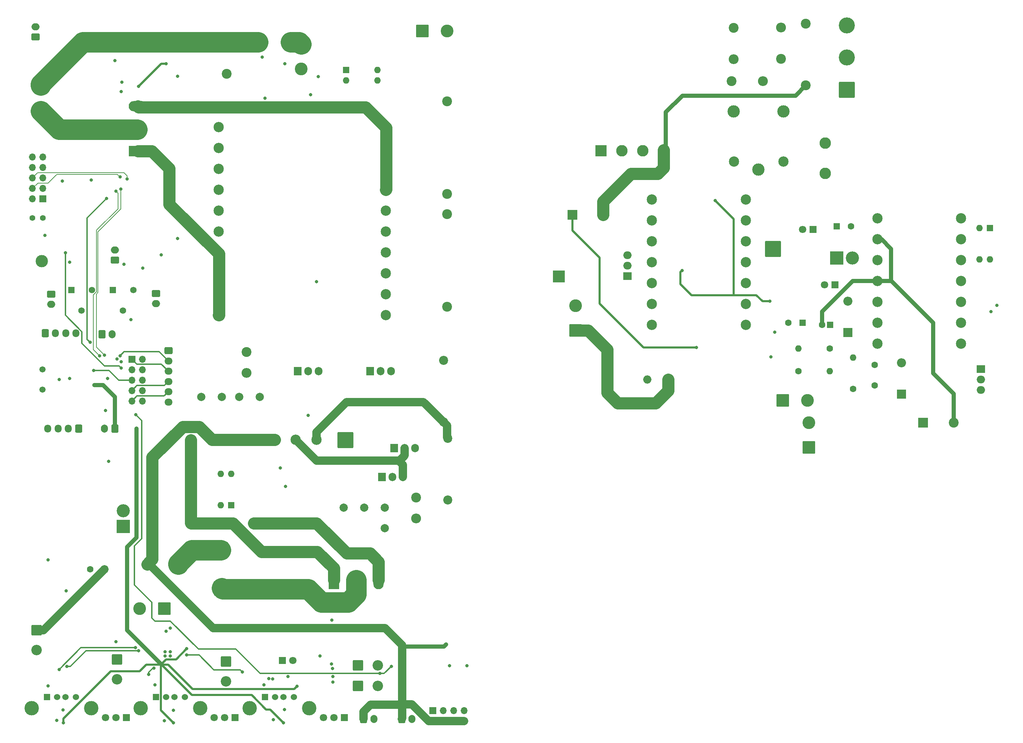
<source format=gbr>
%TF.GenerationSoftware,KiCad,Pcbnew,7.0.6-7.0.6~ubuntu22.04.1*%
%TF.CreationDate,2023-07-19T17:33:20+03:00*%
%TF.ProjectId,supply,73757070-6c79-42e6-9b69-6361645f7063,rev?*%
%TF.SameCoordinates,Original*%
%TF.FileFunction,Copper,L2,Inr*%
%TF.FilePolarity,Positive*%
%FSLAX46Y46*%
G04 Gerber Fmt 4.6, Leading zero omitted, Abs format (unit mm)*
G04 Created by KiCad (PCBNEW 7.0.6-7.0.6~ubuntu22.04.1) date 2023-07-19 17:33:20*
%MOMM*%
%LPD*%
G01*
G04 APERTURE LIST*
G04 Aperture macros list*
%AMRoundRect*
0 Rectangle with rounded corners*
0 $1 Rounding radius*
0 $2 $3 $4 $5 $6 $7 $8 $9 X,Y pos of 4 corners*
0 Add a 4 corners polygon primitive as box body*
4,1,4,$2,$3,$4,$5,$6,$7,$8,$9,$2,$3,0*
0 Add four circle primitives for the rounded corners*
1,1,$1+$1,$2,$3*
1,1,$1+$1,$4,$5*
1,1,$1+$1,$6,$7*
1,1,$1+$1,$8,$9*
0 Add four rect primitives between the rounded corners*
20,1,$1+$1,$2,$3,$4,$5,0*
20,1,$1+$1,$4,$5,$6,$7,0*
20,1,$1+$1,$6,$7,$8,$9,0*
20,1,$1+$1,$8,$9,$2,$3,0*%
G04 Aperture macros list end*
%TA.AperFunction,ComponentPad*%
%ADD10R,2.400000X2.400000*%
%TD*%
%TA.AperFunction,ComponentPad*%
%ADD11C,2.400000*%
%TD*%
%TA.AperFunction,ComponentPad*%
%ADD12R,3.200000X3.200000*%
%TD*%
%TA.AperFunction,ComponentPad*%
%ADD13O,3.200000X3.200000*%
%TD*%
%TA.AperFunction,ComponentPad*%
%ADD14R,3.000000X3.000000*%
%TD*%
%TA.AperFunction,ComponentPad*%
%ADD15R,1.600000X1.600000*%
%TD*%
%TA.AperFunction,ComponentPad*%
%ADD16O,1.600000X1.600000*%
%TD*%
%TA.AperFunction,ComponentPad*%
%ADD17O,2.400000X2.400000*%
%TD*%
%TA.AperFunction,ComponentPad*%
%ADD18R,1.700000X1.700000*%
%TD*%
%TA.AperFunction,ComponentPad*%
%ADD19O,1.700000X1.700000*%
%TD*%
%TA.AperFunction,ComponentPad*%
%ADD20R,1.800000X1.800000*%
%TD*%
%TA.AperFunction,ComponentPad*%
%ADD21C,1.800000*%
%TD*%
%TA.AperFunction,ComponentPad*%
%ADD22R,1.560000X1.560000*%
%TD*%
%TA.AperFunction,ComponentPad*%
%ADD23C,1.560000*%
%TD*%
%TA.AperFunction,ComponentPad*%
%ADD24C,1.600000*%
%TD*%
%TA.AperFunction,ComponentPad*%
%ADD25RoundRect,0.250002X1.699998X1.699998X-1.699998X1.699998X-1.699998X-1.699998X1.699998X-1.699998X0*%
%TD*%
%TA.AperFunction,ComponentPad*%
%ADD26RoundRect,0.249999X-1.025001X1.025001X-1.025001X-1.025001X1.025001X-1.025001X1.025001X1.025001X0*%
%TD*%
%TA.AperFunction,ComponentPad*%
%ADD27C,2.550000*%
%TD*%
%TA.AperFunction,ComponentPad*%
%ADD28RoundRect,0.250000X0.750000X-0.600000X0.750000X0.600000X-0.750000X0.600000X-0.750000X-0.600000X0*%
%TD*%
%TA.AperFunction,ComponentPad*%
%ADD29O,2.000000X1.700000*%
%TD*%
%TA.AperFunction,ComponentPad*%
%ADD30C,2.200000*%
%TD*%
%TA.AperFunction,ComponentPad*%
%ADD31C,1.400000*%
%TD*%
%TA.AperFunction,ComponentPad*%
%ADD32C,2.500000*%
%TD*%
%TA.AperFunction,ComponentPad*%
%ADD33RoundRect,0.250000X-0.725000X0.600000X-0.725000X-0.600000X0.725000X-0.600000X0.725000X0.600000X0*%
%TD*%
%TA.AperFunction,ComponentPad*%
%ADD34O,1.950000X1.700000*%
%TD*%
%TA.AperFunction,ComponentPad*%
%ADD35R,2.200000X2.200000*%
%TD*%
%TA.AperFunction,ComponentPad*%
%ADD36O,2.200000X2.200000*%
%TD*%
%TA.AperFunction,ComponentPad*%
%ADD37RoundRect,0.250000X-0.600000X-0.750000X0.600000X-0.750000X0.600000X0.750000X-0.600000X0.750000X0*%
%TD*%
%TA.AperFunction,ComponentPad*%
%ADD38O,1.700000X2.000000*%
%TD*%
%TA.AperFunction,ComponentPad*%
%ADD39RoundRect,0.249999X1.300001X-1.300001X1.300001X1.300001X-1.300001X1.300001X-1.300001X-1.300001X0*%
%TD*%
%TA.AperFunction,ComponentPad*%
%ADD40C,3.100000*%
%TD*%
%TA.AperFunction,ComponentPad*%
%ADD41RoundRect,0.250002X1.699998X-1.699998X1.699998X1.699998X-1.699998X1.699998X-1.699998X-1.699998X0*%
%TD*%
%TA.AperFunction,ComponentPad*%
%ADD42C,3.900000*%
%TD*%
%TA.AperFunction,ComponentPad*%
%ADD43C,2.000000*%
%TD*%
%TA.AperFunction,ComponentPad*%
%ADD44RoundRect,0.250000X0.600000X0.725000X-0.600000X0.725000X-0.600000X-0.725000X0.600000X-0.725000X0*%
%TD*%
%TA.AperFunction,ComponentPad*%
%ADD45O,1.700000X1.950000*%
%TD*%
%TA.AperFunction,ComponentPad*%
%ADD46RoundRect,0.250000X-0.600000X-0.725000X0.600000X-0.725000X0.600000X0.725000X-0.600000X0.725000X0*%
%TD*%
%TA.AperFunction,ComponentPad*%
%ADD47RoundRect,0.249999X-1.025001X-1.025001X1.025001X-1.025001X1.025001X1.025001X-1.025001X1.025001X0*%
%TD*%
%TA.AperFunction,ComponentPad*%
%ADD48R,4.500000X2.500000*%
%TD*%
%TA.AperFunction,ComponentPad*%
%ADD49O,4.500000X2.500000*%
%TD*%
%TA.AperFunction,ComponentPad*%
%ADD50R,1.905000X2.000000*%
%TD*%
%TA.AperFunction,ComponentPad*%
%ADD51O,1.905000X2.000000*%
%TD*%
%TA.AperFunction,ComponentPad*%
%ADD52R,1.524000X1.524000*%
%TD*%
%TA.AperFunction,ComponentPad*%
%ADD53C,1.524000*%
%TD*%
%TA.AperFunction,ComponentPad*%
%ADD54C,3.500000*%
%TD*%
%TA.AperFunction,ComponentPad*%
%ADD55RoundRect,0.249999X-1.300001X-1.300001X1.300001X-1.300001X1.300001X1.300001X-1.300001X1.300001X0*%
%TD*%
%TA.AperFunction,ComponentPad*%
%ADD56R,2.000000X1.905000*%
%TD*%
%TA.AperFunction,ComponentPad*%
%ADD57O,2.000000X1.905000*%
%TD*%
%TA.AperFunction,ComponentPad*%
%ADD58RoundRect,0.250000X-0.750000X0.600000X-0.750000X-0.600000X0.750000X-0.600000X0.750000X0.600000X0*%
%TD*%
%TA.AperFunction,ComponentPad*%
%ADD59RoundRect,0.250000X0.600000X0.750000X-0.600000X0.750000X-0.600000X-0.750000X0.600000X-0.750000X0*%
%TD*%
%TA.AperFunction,ComponentPad*%
%ADD60RoundRect,0.249999X-1.300001X1.300001X-1.300001X-1.300001X1.300001X-1.300001X1.300001X1.300001X0*%
%TD*%
%TA.AperFunction,ComponentPad*%
%ADD61C,3.000000*%
%TD*%
%TA.AperFunction,ComponentPad*%
%ADD62R,2.800000X2.800000*%
%TD*%
%TA.AperFunction,ComponentPad*%
%ADD63C,2.800000*%
%TD*%
%TA.AperFunction,ComponentPad*%
%ADD64R,2.500000X4.500000*%
%TD*%
%TA.AperFunction,ComponentPad*%
%ADD65O,2.500000X4.500000*%
%TD*%
%TA.AperFunction,ComponentPad*%
%ADD66RoundRect,0.249999X1.300001X1.300001X-1.300001X1.300001X-1.300001X-1.300001X1.300001X-1.300001X0*%
%TD*%
%TA.AperFunction,ComponentPad*%
%ADD67C,1.500000*%
%TD*%
%TA.AperFunction,ComponentPad*%
%ADD68R,2.000000X2.000000*%
%TD*%
%TA.AperFunction,ComponentPad*%
%ADD69O,2.000000X2.000000*%
%TD*%
%TA.AperFunction,ViaPad*%
%ADD70C,0.800000*%
%TD*%
%TA.AperFunction,Conductor*%
%ADD71C,0.500000*%
%TD*%
%TA.AperFunction,Conductor*%
%ADD72C,3.000000*%
%TD*%
%TA.AperFunction,Conductor*%
%ADD73C,1.000000*%
%TD*%
%TA.AperFunction,Conductor*%
%ADD74C,2.000000*%
%TD*%
%TA.AperFunction,Conductor*%
%ADD75C,0.300000*%
%TD*%
%TA.AperFunction,Conductor*%
%ADD76C,5.000000*%
%TD*%
%TA.AperFunction,Conductor*%
%ADD77C,0.200000*%
%TD*%
G04 APERTURE END LIST*
D10*
%TO.N,/Input power with filter/VOUT_PRE_PFC*%
%TO.C,C1*%
X220250000Y-110000000D03*
D11*
%TO.N,/Input power with filter/VOUT_PRE_GND*%
X227750000Y-110000000D03*
%TD*%
D12*
%TO.N,Net-(D4-K)*%
%TO.C,D4*%
X284500000Y-120500000D03*
D13*
%TO.N,Net-(D4-A)*%
X288310000Y-120500000D03*
%TD*%
D14*
%TO.N,/Input power with filter/HV_GND*%
%TO.C,TP1*%
X217000000Y-125000000D03*
%TD*%
D15*
%TO.N,Net-(R59-Pad2)*%
%TO.C,U21*%
X165200000Y-74725000D03*
D16*
%TO.N,Net-(Q10-D)*%
X165200000Y-77265000D03*
%TO.N,GNDPWR*%
X172820000Y-77265000D03*
%TO.N,Net-(U22-CT)*%
X172820000Y-74725000D03*
%TD*%
D11*
%TO.N,/Input power with filter/STARTUP_PROTECT_IN*%
%TO.C,R1*%
X271000000Y-72010000D03*
D17*
%TO.N,Net-(R1-Pad2)*%
X271000000Y-64390000D03*
%TD*%
D18*
%TO.N,/Control & Fan/MOSI*%
%TO.C,J13*%
X113175000Y-145080000D03*
D19*
%TO.N,/Control & Fan/+5V_VSYS*%
X115715000Y-145080000D03*
%TO.N,unconnected-(J13-Pin_3-Pad3)*%
X113175000Y-147620000D03*
%TO.N,/Control & Fan/RXD*%
X115715000Y-147620000D03*
%TO.N,/Control & Fan/RESET#*%
X113175000Y-150160000D03*
%TO.N,/Control & Fan/TXD*%
X115715000Y-150160000D03*
%TO.N,/Control & Fan/SCK*%
X113175000Y-152700000D03*
%TO.N,GND*%
X115715000Y-152700000D03*
%TO.N,/Control & Fan/MISO*%
X113175000Y-155240000D03*
%TO.N,GND*%
X115715000Y-155240000D03*
%TD*%
D20*
%TO.N,Net-(D9-A1)*%
%TO.C,D9*%
X111800000Y-232250000D03*
D21*
%TO.N,Net-(D9-K)*%
X109260000Y-232250000D03*
%TO.N,Net-(D9-A2)*%
X106720000Y-232250000D03*
%TD*%
D11*
%TO.N,Net-(J5-Pin_3)*%
%TO.C,Y1*%
X277000000Y-63500000D03*
%TO.N,/Input power with filter/VOUT_PRE_GND*%
X277000000Y-78500000D03*
%TD*%
D22*
%TO.N,/Control & Fan/+5V_VSYS*%
%TO.C,RV4*%
X108500000Y-128260000D03*
D23*
%TO.N,Net-(U20A--)*%
X111000000Y-133260000D03*
%TO.N,GND*%
X113500000Y-128260000D03*
%TD*%
D24*
%TO.N,Net-(D3-K)*%
%TO.C,R7*%
X282825000Y-142500000D03*
D16*
%TO.N,Net-(R6-Pad1)*%
X275205000Y-142500000D03*
%TD*%
D25*
%TO.N,/Internal 5V & out usb/V_STANDBY*%
%TO.C,J4*%
X165100000Y-164750000D03*
%TD*%
D26*
%TO.N,/Internal 5V & out usb/USB_2_+5V*%
%TO.C,F3*%
X109500000Y-218100000D03*
D27*
%TO.N,/Internal 5V & out usb/VBUS_2_+*%
X109500000Y-222900000D03*
%TD*%
D18*
%TO.N,/Control & Fan/ATTINY_MOSI*%
%TO.C,J14*%
X91525000Y-106075000D03*
D19*
%TO.N,/Control & Fan/+5V_VSYS*%
X88985000Y-106075000D03*
%TO.N,unconnected-(J14-Pin_3-Pad3)*%
X91525000Y-103535000D03*
%TO.N,/Control & Fan/ATTINY_RXD*%
X88985000Y-103535000D03*
%TO.N,/Control & Fan/POWER_OUTPUT_RESET#*%
X91525000Y-100995000D03*
%TO.N,/Control & Fan/ATTINY_TXD*%
X88985000Y-100995000D03*
%TO.N,/Control & Fan/ATTINY_SCK*%
X91525000Y-98455000D03*
%TO.N,GND*%
X88985000Y-98455000D03*
%TO.N,/Control & Fan/ATTINY_MISO*%
X91525000Y-95915000D03*
%TO.N,GND*%
X88985000Y-95915000D03*
%TD*%
D18*
%TO.N,/Output connectors/5V_FUSE*%
%TO.C,J19*%
X186350000Y-230575000D03*
D19*
%TO.N,GND*%
X186350000Y-233115000D03*
%TO.N,/Output connectors/3.3V_FUSE*%
X188890000Y-230575000D03*
%TO.N,GND*%
X188890000Y-233115000D03*
%TO.N,/Output connectors/SIGNAL_OUT_PWR_5V*%
X191430000Y-230575000D03*
%TO.N,GND*%
X191430000Y-233115000D03*
%TO.N,/Output connectors/SIGNAL_OUT_PWR_3V3*%
X193970000Y-230575000D03*
%TO.N,GND*%
X193970000Y-233115000D03*
%TD*%
D11*
%TO.N,/Power output/RC_SNABBER_MIDDLEPOINT*%
%TO.C,R60*%
X141000000Y-143360000D03*
D17*
%TO.N,Net-(C50-Pad2)*%
X141000000Y-148440000D03*
%TD*%
D28*
%TO.N,GND*%
%TO.C,D28*%
X89750000Y-66750000D03*
D29*
%TO.N,Net-(D28-A)*%
X89750000Y-64250000D03*
%TD*%
D30*
%TO.N,Net-(C23-Pad1)*%
%TO.C,C23*%
X188925200Y-160357200D03*
%TO.N,/Internal 5V & out usb/400V*%
X188925200Y-145357200D03*
%TD*%
D15*
%TO.N,Net-(D4-K)*%
%TO.C,C8*%
X284500000Y-112750000D03*
D24*
%TO.N,/Input power with filter/HV_GND*%
X288000000Y-112750000D03*
%TD*%
D31*
%TO.N,/Control & Fan/ATTINY_SCK*%
%TO.C,JP6*%
X91500000Y-110750000D03*
%TO.N,Net-(JP6-B)*%
X88960000Y-110750000D03*
%TD*%
D32*
%TO.N,Net-(D10-A-Pad1)*%
%TO.C,TR3*%
X127600000Y-185000000D03*
X127600000Y-164680000D03*
X132680000Y-185000000D03*
%TO.N,GND*%
X132680000Y-164680000D03*
%TO.N,Net-(D10-A-Pad1)*%
X137760000Y-185000000D03*
%TO.N,GND*%
X137760000Y-164680000D03*
%TO.N,Net-(D10-A-Pad3)*%
X142840000Y-185000000D03*
%TO.N,GND*%
X142840000Y-164680000D03*
%TO.N,Net-(D10-A-Pad3)*%
X147920000Y-185000000D03*
%TO.N,GND*%
X147920000Y-164680000D03*
%TO.N,Net-(D10-A-Pad3)*%
X153000000Y-185000000D03*
%TO.N,/Internal 5V & out usb/RC_SNABBER_MIDDLEPOINT*%
X153000000Y-164680000D03*
%TO.N,Net-(D10-A-Pad3)*%
X158080000Y-185000000D03*
%TO.N,Net-(C23-Pad1)*%
X158080000Y-164680000D03*
%TD*%
D24*
%TO.N,Net-(D2-K)*%
%TO.C,C6*%
X293750000Y-151500000D03*
%TO.N,/Input power with filter/OUT_400V*%
X293750000Y-146500000D03*
%TD*%
D20*
%TO.N,Net-(D6-K)*%
%TO.C,D6*%
X284100000Y-127000000D03*
D21*
%TO.N,Net-(D6-A)*%
X281560000Y-127000000D03*
%TD*%
D33*
%TO.N,Net-(J15-Pin_1)*%
%TO.C,J15*%
X122025000Y-143000000D03*
D34*
%TO.N,/Control & Fan/TFT_DC*%
X122025000Y-145500000D03*
%TO.N,/Control & Fan/MOSI*%
X122025000Y-148000000D03*
%TO.N,/Control & Fan/SCK*%
X122025000Y-150500000D03*
%TO.N,/Control & Fan/MISO*%
X122025000Y-153000000D03*
%TO.N,GND*%
X122025000Y-155500000D03*
%TD*%
D20*
%TO.N,Net-(D18-K)*%
%TO.C,D18*%
X149725000Y-218350000D03*
D21*
%TO.N,/Internal 5V & out usb/+5V_OUT*%
X152265000Y-218350000D03*
%TD*%
D10*
%TO.N,/Internal 5V & out usb/+5V_OUT*%
%TO.C,C26*%
X124400000Y-194950000D03*
D11*
%TO.N,GND*%
X116900000Y-194950000D03*
%TD*%
D35*
%TO.N,Net-(D3-K)*%
%TO.C,D3*%
X287250000Y-138560000D03*
D36*
%TO.N,Net-(D3-A)*%
X287250000Y-130940000D03*
%TD*%
D37*
%TO.N,GND*%
%TO.C,J21*%
X169500000Y-232550000D03*
D38*
%TO.N,/Output connectors/5V_FUSE*%
X172000000Y-232550000D03*
%TD*%
D39*
%TO.N,Net-(DP1-K)*%
%TO.C,CP5*%
X221000000Y-138080000D03*
D40*
%TO.N,/Input power with filter/HV_GND*%
X221000000Y-132080000D03*
%TD*%
D41*
%TO.N,Net-(J5-Pin_1)*%
%TO.C,J5*%
X287000000Y-79550000D03*
D42*
%TO.N,/Input power with filter/STARTUP_PROTECT_IN*%
X287000000Y-71750000D03*
%TO.N,Net-(J5-Pin_3)*%
X287000000Y-63950000D03*
%TD*%
D24*
%TO.N,Net-(R6-Pad1)*%
%TO.C,R6*%
X275190000Y-148000000D03*
D16*
%TO.N,/Input power with filter/OUT_400V*%
X282810000Y-148000000D03*
%TD*%
D43*
%TO.N,Net-(C50-Pad2)*%
%TO.C,C51*%
X135000000Y-154250000D03*
%TO.N,GNDPWR*%
X130000000Y-154250000D03*
%TD*%
D44*
%TO.N,GND*%
%TO.C,J9*%
X100175000Y-162000000D03*
D45*
%TO.N,/Control & Fan/ENCODER_V_CLICK*%
X97675000Y-162000000D03*
%TO.N,/Control & Fan/ENCODER_V_B*%
X95175000Y-162000000D03*
%TO.N,/Control & Fan/ENCODER_V_A*%
X92675000Y-162000000D03*
%TD*%
D46*
%TO.N,GND*%
%TO.C,J11*%
X92075000Y-138800000D03*
D45*
%TO.N,/Control & Fan/ENCODER_I_CLICK*%
X94575000Y-138800000D03*
%TO.N,/Control & Fan/ENCODER_I_B*%
X97075000Y-138800000D03*
%TO.N,/Control & Fan/ENCODER_I_A*%
X99575000Y-138800000D03*
%TD*%
D32*
%TO.N,N/C*%
%TO.C,TR1*%
X262430000Y-136740000D03*
%TO.N,Net-(DP1-A)*%
X239570000Y-136740000D03*
%TO.N,N/C*%
X262430000Y-131660000D03*
%TO.N,Net-(DP1-A)*%
X239570000Y-131660000D03*
%TO.N,N/C*%
X262430000Y-126580000D03*
X239570000Y-126580000D03*
X262430000Y-121500000D03*
X239570000Y-121500000D03*
X262430000Y-116420000D03*
X239570000Y-116420000D03*
X262430000Y-111340000D03*
%TO.N,/Input power with filter/VOUT_PRE_PFC*%
X239570000Y-111340000D03*
%TO.N,N/C*%
X262430000Y-106260000D03*
%TO.N,/Input power with filter/VOUT_PRE_PFC*%
X239570000Y-106260000D03*
%TD*%
D35*
%TO.N,Net-(D2-K)*%
%TO.C,D2*%
X300250000Y-153560000D03*
D36*
%TO.N,Net-(D2-A)*%
X300250000Y-145940000D03*
%TD*%
D47*
%TO.N,/Output connectors/5V_-*%
%TO.C,F7*%
X168100000Y-224500000D03*
D27*
%TO.N,/Output connectors/5V_FUSE*%
X172900000Y-224500000D03*
%TD*%
D30*
%TO.N,GNDPWR*%
%TO.C,C25*%
X189992000Y-179305600D03*
%TO.N,Net-(C23-Pad1)*%
X189992000Y-164305600D03*
%TD*%
D10*
%TO.N,/Input power with filter/OUT_400V*%
%TO.C,C3*%
X305487246Y-160500000D03*
D11*
%TO.N,/Input power with filter/HV_GND*%
X312987246Y-160500000D03*
%TD*%
D48*
%TO.N,Net-(D27-A-Pad1)*%
%TO.C,D27*%
X114600000Y-94500000D03*
D49*
%TO.N,Net-(D27-K)*%
X114600000Y-89050000D03*
%TO.N,Net-(D27-A-Pad3)*%
X114600000Y-83600000D03*
%TD*%
D50*
%TO.N,Net-(QP2-G)*%
%TO.C,QP2*%
X153475000Y-147995000D03*
D51*
%TO.N,/Internal 5V & out usb/400V*%
X156015000Y-147995000D03*
%TO.N,/Power output/RC_SNABBER_MIDDLEPOINT*%
X158555000Y-147995000D03*
%TD*%
D20*
%TO.N,Net-(D5-K)*%
%TO.C,D5*%
X278775000Y-113500000D03*
D21*
%TO.N,/Standby Supply/V_STANDBY*%
X276235000Y-113500000D03*
%TD*%
D11*
%TO.N,/Internal 5V & out usb/RC_SNABBER_MIDDLEPOINT*%
%TO.C,R21*%
X182270400Y-178765200D03*
D17*
%TO.N,Net-(C14-Pad2)*%
X182270400Y-183845200D03*
%TD*%
D20*
%TO.N,Net-(D14-A1)*%
%TO.C,D14*%
X138250000Y-232250000D03*
D21*
%TO.N,Net-(D14-K)*%
X135710000Y-232250000D03*
%TO.N,Net-(D14-A2)*%
X133170000Y-232250000D03*
%TD*%
D47*
%TO.N,/Output connectors/3.3V_-*%
%TO.C,F6*%
X168100000Y-219500000D03*
D27*
%TO.N,/Output connectors/3.3V_FUSE*%
X172900000Y-219500000D03*
%TD*%
D52*
%TO.N,/Internal 5V & out usb/VBUS_2*%
%TO.C,J7*%
X119000000Y-227272500D03*
D53*
%TO.N,Net-(J7-D-)*%
X121500000Y-227272500D03*
%TO.N,Net-(J7-D+)*%
X123500000Y-227272500D03*
%TO.N,GND*%
X126000000Y-227272500D03*
D54*
X115250000Y-229982500D03*
X129750000Y-229982500D03*
%TD*%
D55*
%TO.N,GNDPWR*%
%TO.C,J2*%
X183750000Y-65250000D03*
D40*
%TO.N,/Internal 5V & out usb/400V*%
X189750000Y-65250000D03*
%TD*%
D26*
%TO.N,/Internal 5V & out usb/USB_3_+5V*%
%TO.C,F4*%
X136000000Y-218600000D03*
D27*
%TO.N,/Internal 5V & out usb/VBUS_3_+*%
X136000000Y-223400000D03*
%TD*%
D28*
%TO.N,/Control & Fan/+5V_VSYS*%
%TO.C,M1*%
X108975000Y-121000000D03*
D29*
%TO.N,Net-(M1--)*%
X108975000Y-118500000D03*
%TD*%
D50*
%TO.N,Net-(QP3-G)*%
%TO.C,QP3*%
X171075000Y-148000000D03*
D51*
%TO.N,/Power output/RC_SNABBER_MIDDLEPOINT*%
X173615000Y-148000000D03*
%TO.N,GNDPWR*%
X176155000Y-148000000D03*
%TD*%
D56*
%TO.N,Net-(QP1-G)*%
%TO.C,QP1*%
X233630000Y-124915000D03*
D57*
%TO.N,Net-(DP1-A)*%
X233630000Y-122375000D03*
%TO.N,/Input power with filter/HV_GND*%
X233630000Y-119835000D03*
%TD*%
D58*
%TO.N,/Control & Fan/+5V_VSYS*%
%TO.C,TH1*%
X119025000Y-129100000D03*
D29*
%TO.N,Net-(U20A-+)*%
X119025000Y-131600000D03*
%TD*%
D43*
%TO.N,Net-(C14-Pad2)*%
%TO.C,C16*%
X174599600Y-181203600D03*
%TO.N,GNDPWR*%
X174599600Y-186203600D03*
%TD*%
D11*
%TO.N,Net-(R1-Pad2)*%
%TO.C,R2*%
X259500000Y-64490000D03*
D17*
%TO.N,Net-(R2-Pad2)*%
X259500000Y-72110000D03*
%TD*%
D58*
%TO.N,/Control & Fan/+5V_VSYS*%
%TO.C,TH2*%
X93500000Y-129250000D03*
D29*
%TO.N,Net-(U20B-+)*%
X93500000Y-131750000D03*
%TD*%
D43*
%TO.N,/Internal 5V & out usb/400V*%
%TO.C,C50*%
X144250000Y-154250000D03*
%TO.N,Net-(C50-Pad2)*%
X139250000Y-154250000D03*
%TD*%
D11*
%TO.N,GNDPWR*%
%TO.C,C56*%
X189800000Y-132350000D03*
%TO.N,Net-(C55-Pad1)*%
X189800000Y-109850000D03*
%TD*%
D20*
%TO.N,Net-(D17-A1)*%
%TO.C,D17*%
X164800000Y-232250000D03*
D21*
%TO.N,Net-(D17-K)*%
X162260000Y-232250000D03*
%TO.N,Net-(D17-A2)*%
X159720000Y-232250000D03*
%TD*%
D22*
%TO.N,/Control & Fan/+5V_VSYS*%
%TO.C,RV5*%
X98425000Y-128260000D03*
D23*
%TO.N,Net-(U20B--)*%
X100925000Y-133260000D03*
%TO.N,GND*%
X103425000Y-128260000D03*
%TD*%
D50*
%TO.N,Net-(Q5-G)*%
%TO.C,Q5*%
X176960000Y-166695000D03*
D51*
%TO.N,/Internal 5V & out usb/RC_SNABBER_MIDDLEPOINT*%
X179500000Y-166695000D03*
%TO.N,GNDPWR*%
X182040000Y-166695000D03*
%TD*%
D26*
%TO.N,/Internal 5V & out usb/USB_1_BP*%
%TO.C,F2*%
X90000000Y-211000000D03*
D27*
%TO.N,/Internal 5V & out usb/VBUS_1_+*%
X90000000Y-215800000D03*
%TD*%
D59*
%TO.N,/Control & Fan/+5V_VSYS*%
%TO.C,SW3*%
X109000000Y-162000000D03*
D38*
%TO.N,/Control & Fan/IS_ONOFF_BUTTON_PRESSED*%
X106500000Y-162000000D03*
%TD*%
D39*
%TO.N,/Input power with filter/HV_GND*%
%TO.C,J1*%
X277750000Y-166500000D03*
D40*
%TO.N,/Input power with filter/OUT_400V*%
X277750000Y-160500000D03*
%TD*%
D60*
%TO.N,/Output connectors/POWER_OUT*%
%TO.C,J18*%
X154300000Y-68526400D03*
D40*
%TO.N,GND*%
X154300000Y-74526400D03*
%TD*%
D15*
%TO.N,Net-(D6-A)*%
%TO.C,C10*%
X276250000Y-136250000D03*
D24*
%TO.N,/Input power with filter/HV_GND*%
X272750000Y-136250000D03*
%TD*%
D52*
%TO.N,/Internal 5V & out usb/VBUS_1*%
%TO.C,J6*%
X92500000Y-227272500D03*
D53*
%TO.N,/Internal 5V & out usb/USB_1_D-*%
X95000000Y-227272500D03*
%TO.N,/Internal 5V & out usb/USB_1_D+*%
X97000000Y-227272500D03*
%TO.N,GND*%
X99500000Y-227272500D03*
D54*
X88750000Y-229982500D03*
X103250000Y-229982500D03*
%TD*%
D15*
%TO.N,/Internal 5V & out usb/USB_1_BP*%
%TO.C,C22*%
X106475000Y-196200000D03*
D24*
%TO.N,GND*%
X102975000Y-196200000D03*
%TD*%
D52*
%TO.N,/Internal 5V & out usb/VBUS_3*%
%TO.C,J8*%
X145500000Y-227272500D03*
D53*
%TO.N,Net-(J8-D-)*%
X148000000Y-227272500D03*
%TO.N,Net-(J8-D+)*%
X150000000Y-227272500D03*
%TO.N,GND*%
X152500000Y-227272500D03*
D54*
X141750000Y-229982500D03*
X156250000Y-229982500D03*
%TD*%
D37*
%TO.N,GND*%
%TO.C,J20*%
X178750000Y-232550000D03*
D38*
%TO.N,/Output connectors/3.3V_FUSE*%
X181250000Y-232550000D03*
%TD*%
D15*
%TO.N,Net-(D3-K)*%
%TO.C,C4*%
X282955113Y-136750000D03*
D24*
%TO.N,/Input power with filter/HV_GND*%
X280955113Y-136750000D03*
%TD*%
D25*
%TO.N,/Standby Supply/V_STANDBY*%
%TO.C,J3*%
X269000000Y-118250000D03*
%TD*%
D61*
%TO.N,/Input power with filter/STARTUP_PROTECT_IN*%
%TO.C,K1*%
X265500000Y-99000000D03*
D32*
%TO.N,/Input power with filter/HV_GND*%
X271550000Y-97050000D03*
D61*
%TO.N,/Input power with filter/STARTUP_PROTECT_OUT*%
X271550000Y-84850000D03*
%TO.N,unconnected-(K1-Pad4)*%
X259500000Y-84800000D03*
D32*
%TO.N,Net-(K1-Pad5)*%
X259550000Y-97050000D03*
%TD*%
D62*
%TO.N,/Input power with filter/VOUT_PRE_PFC*%
%TO.C,D1*%
X227242500Y-94442500D03*
D63*
%TO.N,Net-(J5-Pin_1)*%
X232322500Y-94442500D03*
%TO.N,/Input power with filter/STARTUP_PROTECT_OUT*%
X237402500Y-94442500D03*
%TO.N,/Input power with filter/VOUT_PRE_GND*%
X242482500Y-94442500D03*
%TD*%
D32*
%TO.N,N/C*%
%TO.C,TR2*%
X294465000Y-110860000D03*
X314785000Y-110860000D03*
%TO.N,/Input power with filter/HV_GND*%
X294465000Y-115940000D03*
%TO.N,N/C*%
X314785000Y-115940000D03*
%TO.N,Net-(D4-A)*%
X294465000Y-121020000D03*
%TO.N,N/C*%
X314785000Y-121020000D03*
%TO.N,/Input power with filter/HV_GND*%
X294465000Y-126100000D03*
%TO.N,N/C*%
X314785000Y-126100000D03*
%TO.N,Net-(D3-A)*%
X294465000Y-131180000D03*
%TO.N,N/C*%
X314785000Y-131180000D03*
%TO.N,Net-(D2-A)*%
X294465000Y-136260000D03*
%TO.N,N/C*%
X314785000Y-136260000D03*
%TO.N,/Input power with filter/OUT_400V*%
X294465000Y-141340000D03*
%TO.N,N/C*%
X314785000Y-141340000D03*
%TD*%
D24*
%TO.N,Net-(D2-K)*%
%TO.C,R8*%
X288500000Y-152310000D03*
D16*
%TO.N,/Input power with filter/OUT_400V*%
X288500000Y-144690000D03*
%TD*%
D64*
%TO.N,Net-(D10-A-Pad1)*%
%TO.C,D10*%
X162250000Y-198770000D03*
D65*
%TO.N,Net-(D10-K)*%
X167700000Y-198770000D03*
%TO.N,Net-(D10-A-Pad3)*%
X173150000Y-198770000D03*
%TD*%
D15*
%TO.N,Net-(R12-Pad1)*%
%TO.C,U4*%
X321775000Y-113200000D03*
D16*
%TO.N,Net-(U5-K)*%
X319235000Y-113200000D03*
%TO.N,/Input power with filter/HV_GND*%
X319235000Y-120820000D03*
%TO.N,/Standby Supply/FEEDBACK*%
X321775000Y-120820000D03*
%TD*%
D43*
%TO.N,/Internal 5V & out usb/400V*%
%TO.C,C14*%
X164672000Y-181152800D03*
%TO.N,Net-(C14-Pad2)*%
X169672000Y-181152800D03*
%TD*%
D10*
%TO.N,Net-(U24-+)*%
%TO.C,C57*%
X136200000Y-68222220D03*
D11*
%TO.N,GND*%
X136200000Y-75722220D03*
%TD*%
%TO.N,Net-(R2-Pad2)*%
%TO.C,R3*%
X258990000Y-77500000D03*
D17*
%TO.N,/Input power with filter/STARTUP_PROTECT_OUT*%
X266610000Y-77500000D03*
%TD*%
D66*
%TO.N,/Internal 5V & out usb/+5V_OUT*%
%TO.C,J17*%
X121000000Y-205750000D03*
D40*
%TO.N,GND*%
X115000000Y-205750000D03*
%TD*%
D37*
%TO.N,Net-(D19-K)*%
%TO.C,D19*%
X105875000Y-139000000D03*
D38*
%TO.N,Net-(D19-A)*%
X108375000Y-139000000D03*
%TD*%
D63*
%TO.N,Net-(J5-Pin_1)*%
%TO.C,RV1*%
X281750000Y-92500000D03*
%TO.N,/Input power with filter/STARTUP_PROTECT_IN*%
X281750000Y-99870000D03*
%TD*%
D50*
%TO.N,Net-(Q4-G)*%
%TO.C,Q4*%
X173960000Y-173695000D03*
D51*
%TO.N,/Internal 5V & out usb/400V*%
X176500000Y-173695000D03*
%TO.N,/Internal 5V & out usb/RC_SNABBER_MIDDLEPOINT*%
X179040000Y-173695000D03*
%TD*%
D61*
%TO.N,GND*%
%TO.C,TP3*%
X91275000Y-121200000D03*
%TD*%
D11*
%TO.N,Net-(C55-Pad1)*%
%TO.C,C55*%
X189800000Y-104918000D03*
%TO.N,/Internal 5V & out usb/400V*%
X189800000Y-82418000D03*
%TD*%
D67*
%TO.N,Net-(U17-XTAL2{slash}PB7)*%
%TO.C,X1*%
X91375000Y-152450000D03*
%TO.N,Net-(U17-XTAL1{slash}PB6)*%
X91375000Y-147570000D03*
%TD*%
D55*
%TO.N,Net-(DP1-K)*%
%TO.C,F1*%
X271400000Y-155100000D03*
D40*
%TO.N,/Input power with filter/OUT_400V*%
X277400000Y-155100000D03*
%TD*%
D56*
%TO.N,Net-(Q1-G)*%
%TO.C,Q1*%
X319555000Y-147460000D03*
D57*
%TO.N,Net-(D2-A)*%
X319555000Y-150000000D03*
%TO.N,/Input power with filter/HV_GND*%
X319555000Y-152540000D03*
%TD*%
D32*
%TO.N,/Power output/RC_SNABBER_MIDDLEPOINT*%
%TO.C,TR4*%
X174920000Y-134360000D03*
%TO.N,Net-(D27-A-Pad1)*%
X134280000Y-134360000D03*
%TO.N,/Power output/RC_SNABBER_MIDDLEPOINT*%
X174920000Y-129280000D03*
%TO.N,Net-(D27-A-Pad1)*%
X134280000Y-129280000D03*
%TO.N,N/C*%
X174920000Y-124200000D03*
%TO.N,Net-(D27-A-Pad1)*%
X134280000Y-124200000D03*
%TO.N,Net-(C55-Pad1)*%
X174920000Y-119120000D03*
%TO.N,Net-(D27-A-Pad1)*%
X134280000Y-119120000D03*
%TO.N,Net-(C55-Pad1)*%
X174920000Y-114040000D03*
%TO.N,N/C*%
X134280000Y-114040000D03*
X174920000Y-108960000D03*
X134280000Y-108960000D03*
%TO.N,Net-(D27-A-Pad3)*%
X174920000Y-103880000D03*
%TO.N,GND*%
X134280000Y-103880000D03*
%TO.N,Net-(D27-A-Pad3)*%
X174920000Y-98800000D03*
%TO.N,GND*%
X134280000Y-98800000D03*
%TO.N,Net-(D27-A-Pad3)*%
X174920000Y-93720000D03*
%TO.N,GND*%
X134280000Y-93720000D03*
%TO.N,Net-(D27-A-Pad3)*%
X174920000Y-88640000D03*
%TO.N,GND*%
X134280000Y-88640000D03*
%TD*%
D68*
%TO.N,Net-(DP1-K)*%
%TO.C,DP1*%
X243540000Y-150055000D03*
D69*
%TO.N,Net-(DP1-A)*%
X238460000Y-150055000D03*
%TD*%
D12*
%TO.N,/Internal 5V & out usb/USB_1_BP*%
%TO.C,D8*%
X111050000Y-185755000D03*
D13*
%TO.N,Net-(D8-A)*%
X111050000Y-181945000D03*
%TD*%
D15*
%TO.N,Net-(R19-Pad1)*%
%TO.C,U7*%
X137275000Y-180550000D03*
D16*
%TO.N,/Internal 5V & out usb/FEEDBACK*%
X134735000Y-180550000D03*
%TO.N,GNDPWR*%
X134735000Y-172930000D03*
%TO.N,Net-(U10-CT)*%
X137275000Y-172930000D03*
%TD*%
D70*
%TO.N,GNDPWR*%
X156000000Y-158750000D03*
X149250000Y-171500000D03*
%TO.N,/Input power with filter/VOUT_PRE_PFC*%
X250400000Y-142200000D03*
%TO.N,Net-(JP1-B)*%
X269500000Y-138500000D03*
%TO.N,GND*%
X121250000Y-216250000D03*
X98000000Y-149750000D03*
X95500000Y-150000000D03*
X122500000Y-217250000D03*
X110750000Y-77750000D03*
X109000000Y-72500000D03*
X122750000Y-164500000D03*
X121250000Y-217250000D03*
X144800000Y-71587500D03*
X122500000Y-216250000D03*
X151100000Y-222250000D03*
X189500000Y-214500000D03*
X92000000Y-115000000D03*
X107250000Y-149800000D03*
X109250000Y-213750000D03*
%TO.N,/Control & Fan/+5V_VSYS*%
X112900000Y-135500000D03*
X103250000Y-101525000D03*
X114250000Y-162000000D03*
X111250000Y-122000000D03*
X153300000Y-224600000D03*
X104000000Y-151400000D03*
X96500000Y-233500000D03*
X150000000Y-233500000D03*
X150300000Y-73200000D03*
X98000000Y-121500000D03*
X123250000Y-233500000D03*
X126500000Y-215500000D03*
X145500000Y-81600000D03*
%TO.N,/Internal 5V & out usb/USB_1_+5V*%
X107500000Y-169950000D03*
%TO.N,/Internal 5V & out usb/+3.3_VOUT*%
X161700000Y-219200000D03*
%TO.N,/Control & Fan/RESET#*%
X103887500Y-147800000D03*
%TO.N,/Control & Fan/POWER_OUTPUT_RESET#*%
X110500000Y-145750000D03*
%TO.N,/Input power with filter/PFC_VCC*%
X255000000Y-106500000D03*
X268250000Y-131000000D03*
X246900000Y-123500000D03*
%TO.N,/Control & Fan/ENABLE_FAN*%
X97000000Y-119250000D03*
X110500000Y-147250000D03*
%TO.N,/Internal 5V & out usb/VBUS_1_+*%
X114750000Y-216000000D03*
X97300000Y-219800000D03*
%TO.N,/Internal 5V & out usb/VBUS_3_+*%
X140024897Y-221125604D03*
X126500000Y-217025500D03*
%TO.N,/Internal 5V & out usb/VBUS_1*%
X92750000Y-224500000D03*
X114000000Y-215250000D03*
X95450000Y-220550000D03*
%TO.N,/Internal 5V & out usb/VBUS_2*%
X118750000Y-224250000D03*
X118500000Y-220250000D03*
X117250000Y-221749500D03*
%TO.N,/Internal 5V & out usb/VBUS_3*%
X145250000Y-224250000D03*
%TO.N,/Output connectors/POWER_OUT*%
X150500000Y-66800000D03*
X150500000Y-67600000D03*
X150500000Y-68500000D03*
X150500000Y-69300000D03*
%TO.N,/Input power with filter/PFC_OK#*%
X268500000Y-144500000D03*
%TO.N,/Internal 5V & out usb/+5V_OUT*%
X136250000Y-191750000D03*
X135350000Y-190750000D03*
X135300000Y-189900000D03*
X133450000Y-190750000D03*
X134300000Y-189900000D03*
X136250000Y-190750000D03*
X133400000Y-189900000D03*
X136250000Y-192750000D03*
X134350000Y-190750000D03*
X134350000Y-191750000D03*
X135350000Y-191750000D03*
X133450000Y-191750000D03*
X134350000Y-192750000D03*
X135350000Y-192750000D03*
X136200000Y-189900000D03*
X162000000Y-222249500D03*
X133450000Y-192750000D03*
X158900000Y-217250000D03*
X161750000Y-208500000D03*
%TO.N,/Control & Fan/TFT_ENABLE#*%
X109500000Y-145000000D03*
%TO.N,/Control & Fan/POWER_OUTPUT_FB*%
X156599312Y-80750500D03*
X158500000Y-76350000D03*
X124260000Y-115740000D03*
%TO.N,Net-(U3-GATE)*%
X322000000Y-133500000D03*
%TO.N,/Control & Fan/IS_ONOFF_BUTTON_PRESSED*%
X120250000Y-119750000D03*
%TO.N,/Internal 5V & out usb/VREF_2V5*%
X150250000Y-230250000D03*
X123250000Y-230500000D03*
X121000000Y-233000000D03*
X96375000Y-230375000D03*
X94885000Y-232885000D03*
X147500000Y-232750000D03*
%TO.N,/Control & Fan/SCL*%
X147400000Y-222800000D03*
X105250000Y-144250000D03*
X109250000Y-104250000D03*
X122500000Y-210500000D03*
%TO.N,/Control & Fan/SDA*%
X146400000Y-222750000D03*
X110450000Y-103750000D03*
X106500000Y-144129500D03*
X121500000Y-211250000D03*
%TO.N,Net-(Q12-D)*%
X190400000Y-219600000D03*
%TO.N,/Control & Fan/TFT_DC*%
X110250000Y-144250000D03*
%TO.N,/Input power with filter/HV_GND*%
X323500000Y-132000000D03*
%TO.N,/Internal 5V & out usb/V_STANDBY*%
X158000000Y-126250000D03*
X150500000Y-176000000D03*
%TO.N,Net-(D10-K)*%
X136250000Y-200250000D03*
X136250000Y-202250000D03*
X135350000Y-200250000D03*
X133400000Y-199400000D03*
X133450000Y-200250000D03*
X136200000Y-199400000D03*
X134350000Y-200250000D03*
X134350000Y-201250000D03*
X135350000Y-202250000D03*
X135300000Y-199400000D03*
X133450000Y-201250000D03*
X134300000Y-199400000D03*
X136250000Y-201250000D03*
X135350000Y-201250000D03*
X133450000Y-202250000D03*
X134350000Y-202250000D03*
%TO.N,/Control & Fan/ATTINY_SCK*%
X96250000Y-101750000D03*
%TO.N,Net-(Q3-G)*%
X92800000Y-193900000D03*
%TO.N,Net-(Q11-D)*%
X194612500Y-219587500D03*
%TO.N,/Control & Fan/SIGNAL_OUT*%
X114073956Y-158573956D03*
X176200000Y-219800000D03*
X173472536Y-221527464D03*
%TO.N,/Control & Fan/POWER_OUTPUT_OVERLOADED_LED*%
X107000000Y-106000000D03*
X103000000Y-141000000D03*
%TO.N,/Control & Fan/POWER_OUTPUT_VOLT_SENSE*%
X114750000Y-78750000D03*
X121500000Y-73250000D03*
%TO.N,/Control & Fan/POWER_OUTPUT_CURRENT_SENSE*%
X110500000Y-80000000D03*
X124250000Y-76250000D03*
%TO.N,/Control & Fan/ENABLE_POWER_OUTPUT*%
X106718748Y-157542171D03*
X115750000Y-122912500D03*
%TO.N,/Control & Fan/ATTINY_RXD*%
X110250000Y-100750000D03*
%TO.N,/Control & Fan/ATTINY_TXD*%
X112000000Y-101250000D03*
%TO.N,Net-(D27-K)*%
X91000000Y-83500000D03*
X92250000Y-84750000D03*
X89750000Y-84750000D03*
X92250000Y-83500000D03*
X89750000Y-83500000D03*
X91000000Y-84750000D03*
%TO.N,/Output connectors/3.3V_-*%
X161900000Y-220300000D03*
%TO.N,/Output connectors/5V_-*%
X162049500Y-223600000D03*
%TO.N,Net-(U12-FB)*%
X97200000Y-201400000D03*
%TO.N,Net-(U24-+)*%
X144800000Y-67600000D03*
X144800000Y-66800000D03*
X91000000Y-79000000D03*
X144800000Y-69300000D03*
X89750000Y-79000000D03*
X144800000Y-68500000D03*
X89750000Y-78000000D03*
X91000000Y-78000000D03*
X92250000Y-79000000D03*
X92250000Y-78000000D03*
%TD*%
D71*
%TO.N,/Input power with filter/VOUT_PRE_PFC*%
X220250000Y-113750000D02*
X220250000Y-110000000D01*
X237500000Y-142200000D02*
X226900000Y-131600000D01*
X250400000Y-142200000D02*
X237500000Y-142200000D01*
X226900000Y-131600000D02*
X226900000Y-120400000D01*
X226900000Y-120400000D02*
X220250000Y-113750000D01*
D72*
%TO.N,/Input power with filter/VOUT_PRE_GND*%
X241000000Y-100000000D02*
X242482500Y-98517500D01*
X227750000Y-110000000D02*
X227750000Y-106750000D01*
D73*
X243000000Y-85000000D02*
X247000000Y-81000000D01*
X243000000Y-93725000D02*
X243000000Y-85000000D01*
X274500000Y-81000000D02*
X277000000Y-78500000D01*
D72*
X227750000Y-106750000D02*
X234500000Y-100000000D01*
X242482500Y-98517500D02*
X242482500Y-94242500D01*
X234500000Y-100000000D02*
X241000000Y-100000000D01*
D73*
X247000000Y-81000000D02*
X274500000Y-81000000D01*
D74*
%TO.N,GND*%
X174750000Y-210500000D02*
X132909188Y-210500000D01*
X178900000Y-232400000D02*
X178900000Y-214650000D01*
X178900000Y-214650000D02*
X174750000Y-210500000D01*
D72*
X132680000Y-164680000D02*
X129500000Y-161500000D01*
D74*
X117359188Y-194950000D02*
X116900000Y-194950000D01*
D72*
X125500000Y-161500000D02*
X118100000Y-168900000D01*
D74*
X169500000Y-232550000D02*
X169500000Y-230800000D01*
X186350000Y-233115000D02*
X193970000Y-233115000D01*
D72*
X147920000Y-164680000D02*
X132680000Y-164680000D01*
D74*
X132909188Y-210500000D02*
X117359188Y-194950000D01*
D73*
X189000000Y-215000000D02*
X189500000Y-214500000D01*
D74*
X186350000Y-233115000D02*
X185315000Y-233115000D01*
D72*
X118100000Y-193750000D02*
X116900000Y-194950000D01*
D73*
X178900000Y-214650000D02*
X179250000Y-215000000D01*
X179250000Y-215000000D02*
X189000000Y-215000000D01*
D74*
X178750000Y-232550000D02*
X178900000Y-232400000D01*
D72*
X118100000Y-168900000D02*
X118100000Y-193750000D01*
D74*
X171200000Y-229100000D02*
X178700000Y-229100000D01*
X169500000Y-230800000D02*
X171200000Y-229100000D01*
X181200000Y-229000000D02*
X178800000Y-229000000D01*
X185315000Y-233115000D02*
X181200000Y-229000000D01*
D72*
X129500000Y-161500000D02*
X125500000Y-161500000D01*
D73*
%TO.N,/Control & Fan/+5V_VSYS*%
X104000000Y-151400000D02*
X106150000Y-151400000D01*
D71*
X120400000Y-219400000D02*
X122000000Y-219400000D01*
X121500000Y-218100000D02*
X123900000Y-218100000D01*
X127750000Y-226750000D02*
X142250000Y-226750000D01*
X120212000Y-230462000D02*
X123250000Y-233500000D01*
D73*
X106150000Y-151400000D02*
X109000000Y-154250000D01*
D71*
X120388000Y-219212000D02*
X121500000Y-218100000D01*
X123900000Y-218100000D02*
X126500000Y-215500000D01*
D73*
X109000000Y-154250000D02*
X109000000Y-162000000D01*
D71*
X146750000Y-230250000D02*
X150000000Y-233500000D01*
X142250000Y-226750000D02*
X145750000Y-230250000D01*
X96500000Y-232500000D02*
X96500000Y-233500000D01*
X108000000Y-221000000D02*
X96500000Y-232500000D01*
X145750000Y-230250000D02*
X146750000Y-230250000D01*
X120212000Y-219212000D02*
X120024000Y-219400000D01*
D73*
X114250000Y-188500000D02*
X112000000Y-190750000D01*
D71*
X120024000Y-219400000D02*
X116600000Y-219400000D01*
X116600000Y-219400000D02*
X115000000Y-221000000D01*
D73*
X112000000Y-190750000D02*
X112000000Y-211000000D01*
D71*
X115000000Y-221000000D02*
X108000000Y-221000000D01*
X120212000Y-219212000D02*
X127750000Y-226750000D01*
X120212000Y-219212000D02*
X120212000Y-230462000D01*
X120212000Y-219212000D02*
X120400000Y-219400000D01*
X122000000Y-219400000D02*
X127900000Y-225300000D01*
X152600000Y-225300000D02*
X153300000Y-224600000D01*
X127900000Y-225300000D02*
X152600000Y-225300000D01*
D73*
X114250000Y-162000000D02*
X114250000Y-188500000D01*
D71*
X120212000Y-219212000D02*
X120388000Y-219212000D01*
D73*
X112000000Y-211000000D02*
X120212000Y-219212000D01*
D74*
%TO.N,/Internal 5V & out usb/RC_SNABBER_MIDDLEPOINT*%
X153000000Y-164680000D02*
X158070000Y-169750000D01*
X179040000Y-170790000D02*
X179040000Y-173695000D01*
X158070000Y-169750000D02*
X177000000Y-169750000D01*
X177000000Y-169750000D02*
X178257500Y-169750000D01*
X179500000Y-168507500D02*
X179500000Y-166695000D01*
X178257500Y-169750000D02*
X179500000Y-168507500D01*
X178000000Y-169750000D02*
X179040000Y-170790000D01*
X177000000Y-169750000D02*
X178000000Y-169750000D01*
%TO.N,/Internal 5V & out usb/USB_1_BP*%
X106475000Y-196200000D02*
X91675000Y-211000000D01*
X91675000Y-211000000D02*
X90075000Y-211000000D01*
D75*
%TO.N,/Control & Fan/RESET#*%
X103887500Y-147800000D02*
X107550000Y-147800000D01*
X109910000Y-150160000D02*
X113175000Y-150160000D01*
X107550000Y-147800000D02*
X109910000Y-150160000D01*
D71*
%TO.N,/Input power with filter/PFC_VCC*%
X265000000Y-129500000D02*
X266500000Y-131000000D01*
X259500000Y-129500000D02*
X265000000Y-129500000D01*
X259500000Y-129500000D02*
X259500000Y-111000000D01*
X246500000Y-123900000D02*
X246500000Y-126800000D01*
X266500000Y-131000000D02*
X268250000Y-131000000D01*
X249200000Y-129500000D02*
X259500000Y-129500000D01*
X246900000Y-123500000D02*
X246500000Y-123900000D01*
X259500000Y-111000000D02*
X255000000Y-106500000D01*
X246500000Y-126800000D02*
X249200000Y-129500000D01*
D75*
%TO.N,/Control & Fan/ENABLE_FAN*%
X97000000Y-119250000D02*
X97000000Y-134402944D01*
X101000000Y-138402944D02*
X101000000Y-141250000D01*
X97000000Y-134402944D02*
X101000000Y-138402944D01*
X106500000Y-146750000D02*
X110000000Y-146750000D01*
X110000000Y-146750000D02*
X110500000Y-147250000D01*
X101000000Y-141250000D02*
X106500000Y-146750000D01*
%TO.N,/Internal 5V & out usb/VBUS_1_+*%
X102000000Y-216000000D02*
X114750000Y-216000000D01*
X97300000Y-219800000D02*
X98200000Y-219800000D01*
X98200000Y-219800000D02*
X102000000Y-216000000D01*
%TO.N,/Internal 5V & out usb/VBUS_3_+*%
X140024897Y-221125604D02*
X139499293Y-220600000D01*
X139499293Y-220600000D02*
X133100000Y-220600000D01*
X129500000Y-217000000D02*
X126525500Y-217000000D01*
X133100000Y-220600000D02*
X129500000Y-217000000D01*
%TO.N,/Internal 5V & out usb/VBUS_1*%
X100750000Y-215250000D02*
X95450000Y-220550000D01*
X114000000Y-215250000D02*
X100750000Y-215250000D01*
%TO.N,/Internal 5V & out usb/VBUS_2*%
X117250000Y-221250000D02*
X118250000Y-220250000D01*
X117250000Y-221749500D02*
X117250000Y-221250000D01*
X118250000Y-220250000D02*
X118500000Y-220250000D01*
%TO.N,/Control & Fan/MOSI*%
X113175000Y-145080000D02*
X114375000Y-146280000D01*
X114375000Y-146280000D02*
X120280000Y-146280000D01*
X120280000Y-146280000D02*
X121525000Y-147525000D01*
%TO.N,/Control & Fan/SCK*%
X114375000Y-151500000D02*
X121025000Y-151500000D01*
X121025000Y-151500000D02*
X121525000Y-151000000D01*
X113175000Y-152700000D02*
X114375000Y-151500000D01*
%TO.N,/Control & Fan/MISO*%
X114375000Y-154040000D02*
X120985000Y-154040000D01*
X113175000Y-155240000D02*
X114375000Y-154040000D01*
X120985000Y-154040000D02*
X121525000Y-153500000D01*
D76*
%TO.N,/Output connectors/POWER_OUT*%
X153773600Y-68000000D02*
X151800000Y-68000000D01*
X154300000Y-68526400D02*
X153773600Y-68000000D01*
%TO.N,/Internal 5V & out usb/+5V_OUT*%
X124400000Y-194950000D02*
X124400000Y-194850000D01*
X124400000Y-194850000D02*
X127750000Y-191500000D01*
X127750000Y-191500000D02*
X134750000Y-191500000D01*
D72*
%TO.N,Net-(D10-A-Pad1)*%
X158250000Y-191900000D02*
X162250000Y-195900000D01*
X144660000Y-191900000D02*
X158250000Y-191900000D01*
X127500000Y-184900000D02*
X127500000Y-164780000D01*
X137760000Y-185000000D02*
X144660000Y-191900000D01*
X132680000Y-185000000D02*
X137760000Y-185000000D01*
X162250000Y-195900000D02*
X162250000Y-198770000D01*
X127600000Y-185000000D02*
X132680000Y-185000000D01*
%TO.N,Net-(D10-A-Pad3)*%
X173150000Y-194400000D02*
X173150000Y-198770000D01*
X171050000Y-192300000D02*
X173150000Y-194400000D01*
X165380000Y-192300000D02*
X171050000Y-192300000D01*
X158080000Y-185000000D02*
X147920000Y-185000000D01*
X158080000Y-185000000D02*
X165380000Y-192300000D01*
X142840000Y-185000000D02*
X147920000Y-185000000D01*
D77*
%TO.N,/Control & Fan/SCL*%
X109750000Y-104750000D02*
X109750000Y-108500000D01*
X103750000Y-129462351D02*
X103750000Y-142750000D01*
X109250000Y-104250000D02*
X109750000Y-104750000D01*
X109750000Y-108500000D02*
X104505000Y-113745000D01*
X103750000Y-142750000D02*
X105250000Y-144250000D01*
X104505000Y-128707351D02*
X103750000Y-129462351D01*
X104505000Y-113745000D02*
X104505000Y-128707351D01*
%TO.N,/Control & Fan/SDA*%
X104500000Y-129278037D02*
X104500000Y-142129500D01*
X104500000Y-142129500D02*
X106500000Y-144129500D01*
X110450000Y-103750000D02*
X110450000Y-108550000D01*
X104905000Y-114095000D02*
X104905000Y-128873037D01*
X110450000Y-108550000D02*
X104905000Y-114095000D01*
X104905000Y-128873037D02*
X104500000Y-129278037D01*
D75*
%TO.N,/Control & Fan/TFT_DC*%
X111250000Y-143250000D02*
X119775000Y-143250000D01*
X110250000Y-144250000D02*
X111250000Y-143250000D01*
X119775000Y-143250000D02*
X121525000Y-145000000D01*
D72*
%TO.N,Net-(DP1-K)*%
X228750000Y-153250000D02*
X228750000Y-142750000D01*
X243540000Y-152710000D02*
X240500000Y-155750000D01*
X224080000Y-138080000D02*
X221000000Y-138080000D01*
X231250000Y-155750000D02*
X228750000Y-153250000D01*
X228750000Y-142750000D02*
X224080000Y-138080000D01*
X243540000Y-150055000D02*
X243540000Y-152710000D01*
X240500000Y-155750000D02*
X231250000Y-155750000D01*
D73*
%TO.N,/Input power with filter/HV_GND*%
X297850000Y-126100000D02*
X308000000Y-136250000D01*
X312987246Y-153487246D02*
X312987246Y-160500000D01*
X294465000Y-126100000D02*
X288400000Y-126100000D01*
X295440000Y-115940000D02*
X297750000Y-118250000D01*
X294465000Y-126100000D02*
X297850000Y-126100000D01*
X308000000Y-136250000D02*
X308000000Y-148500000D01*
X308000000Y-148500000D02*
X312987246Y-153487246D01*
X288400000Y-126100000D02*
X280955113Y-133544887D01*
X297750000Y-118250000D02*
X297750000Y-126000000D01*
X280955113Y-133544887D02*
X280955113Y-136750000D01*
D76*
%TO.N,Net-(D10-K)*%
X135250000Y-201000000D02*
X135000000Y-200750000D01*
X156000000Y-201000000D02*
X135250000Y-201000000D01*
X165750000Y-204250000D02*
X159250000Y-204250000D01*
X167700000Y-198770000D02*
X167700000Y-202300000D01*
X159250000Y-204250000D02*
X156000000Y-201000000D01*
X167700000Y-202300000D02*
X165750000Y-204250000D01*
D75*
%TO.N,/Control & Fan/SIGNAL_OUT*%
X173445072Y-221500000D02*
X144300000Y-221500000D01*
X138400000Y-215600000D02*
X129350000Y-215600000D01*
X113750000Y-200000000D02*
X113750000Y-190500000D01*
X129350000Y-215600000D02*
X122500000Y-208750000D01*
X113750000Y-190500000D02*
X115500000Y-188750000D01*
X118000000Y-208000000D02*
X118000000Y-204250000D01*
X115500000Y-160000000D02*
X114073956Y-158573956D01*
X118000000Y-204250000D02*
X113750000Y-200000000D01*
X176200000Y-219800000D02*
X174472536Y-221527464D01*
X144300000Y-221500000D02*
X138400000Y-215600000D01*
X115500000Y-188750000D02*
X115500000Y-160000000D01*
X174472536Y-221527464D02*
X173472536Y-221527464D01*
X118750000Y-208750000D02*
X118000000Y-208000000D01*
X173472536Y-221527464D02*
X173445072Y-221500000D01*
X122500000Y-208750000D02*
X118750000Y-208750000D01*
%TO.N,/Control & Fan/POWER_OUTPUT_OVERLOADED_LED*%
X102250000Y-110750000D02*
X102250000Y-140250000D01*
X107000000Y-106000000D02*
X102250000Y-110750000D01*
X102250000Y-140250000D02*
X103000000Y-141000000D01*
D71*
%TO.N,/Control & Fan/POWER_OUTPUT_VOLT_SENSE*%
X114750000Y-78750000D02*
X120250000Y-73250000D01*
X120250000Y-73250000D02*
X121500000Y-73250000D01*
D72*
%TO.N,Net-(D27-A-Pad1)*%
X134280000Y-134360000D02*
X134300000Y-134340000D01*
X122250000Y-107450000D02*
X122250000Y-98750000D01*
X134300000Y-119500000D02*
X122250000Y-107450000D01*
X122250000Y-98750000D02*
X118000000Y-94500000D01*
X134300000Y-134340000D02*
X134300000Y-119500000D01*
X118000000Y-94500000D02*
X114600000Y-94500000D01*
D77*
%TO.N,/Control & Fan/ATTINY_RXD*%
X109650000Y-100150000D02*
X110250000Y-100750000D01*
X88985000Y-103535000D02*
X90270000Y-102250000D01*
X90270000Y-102250000D02*
X92750000Y-102250000D01*
X94850000Y-100150000D02*
X109650000Y-100150000D01*
X92750000Y-102250000D02*
X94850000Y-100150000D01*
%TO.N,/Control & Fan/ATTINY_TXD*%
X112000000Y-100500000D02*
X112000000Y-101250000D01*
X111250000Y-99750000D02*
X112000000Y-100500000D01*
X90230000Y-99750000D02*
X111250000Y-99750000D01*
X88985000Y-100995000D02*
X90230000Y-99750000D01*
D76*
%TO.N,Net-(D27-K)*%
X95500000Y-89250000D02*
X91000000Y-84750000D01*
X114400000Y-89250000D02*
X95500000Y-89250000D01*
D72*
%TO.N,Net-(D27-A-Pad3)*%
X114800000Y-83800000D02*
X114600000Y-83600000D01*
X169980000Y-83800000D02*
X114800000Y-83800000D01*
X175000000Y-103800000D02*
X175000000Y-88820000D01*
X174920000Y-103880000D02*
X175000000Y-103800000D01*
X175000000Y-88820000D02*
X169980000Y-83800000D01*
D74*
%TO.N,Net-(C23-Pad1)*%
X158080000Y-162772800D02*
X165352800Y-155500000D01*
X188925200Y-160357200D02*
X189788800Y-161220800D01*
X184068000Y-155500000D02*
X188925200Y-160357200D01*
X189788800Y-161220800D02*
X189788800Y-164102400D01*
X165352800Y-155500000D02*
X184068000Y-155500000D01*
X158080000Y-164680000D02*
X158080000Y-162772800D01*
D76*
%TO.N,Net-(U24-+)*%
X91000000Y-78250000D02*
X101227780Y-68022220D01*
X143777780Y-68022220D02*
X143800000Y-68000000D01*
X135300000Y-68022220D02*
X143777780Y-68022220D01*
X101227780Y-68022220D02*
X134900000Y-68022220D01*
X91000000Y-78500000D02*
X91000000Y-78250000D01*
%TD*%
M02*

</source>
